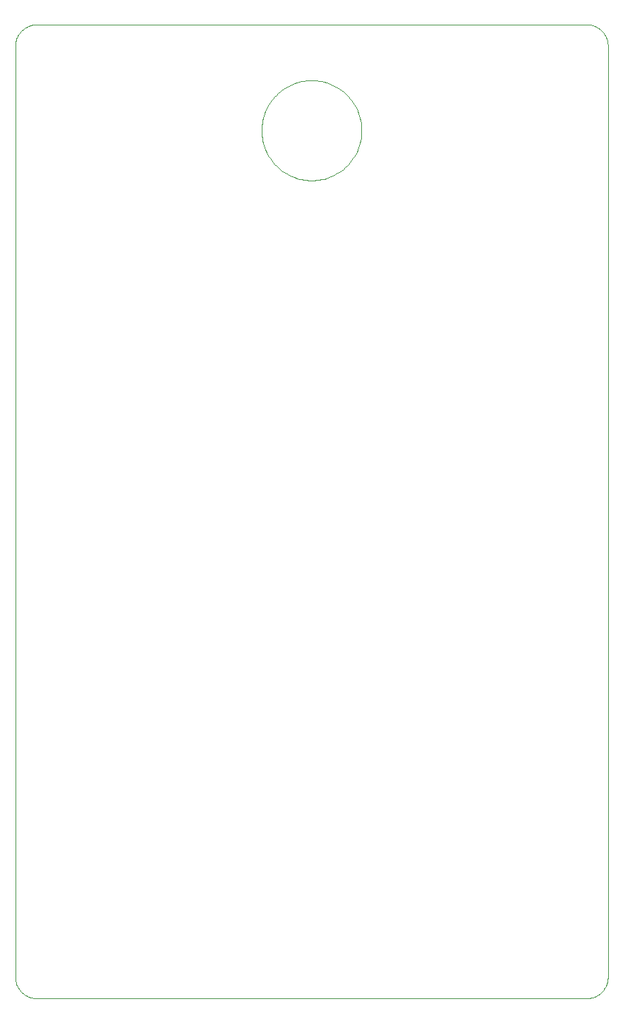
<source format=gm1>
G04 #@! TF.GenerationSoftware,KiCad,Pcbnew,(5.99.0-3978-g0efe073de)*
G04 #@! TF.CreationDate,2020-10-22T13:19:48-05:00*
G04 #@! TF.ProjectId,remoticon_badge,72656d6f-7469-4636-9f6e-5f6261646765,rev?*
G04 #@! TF.SameCoordinates,PX3072580PY307257e*
G04 #@! TF.FileFunction,Profile,NP*
%FSLAX46Y46*%
G04 Gerber Fmt 4.6, Leading zero omitted, Abs format (unit mm)*
G04 Created by KiCad (PCBNEW (5.99.0-3978-g0efe073de)) date 2020-10-22 13:19:48*
%MOMM*%
%LPD*%
G01*
G04 APERTURE LIST*
%ADD10C,0.100000*%
G04 APERTURE END LIST*
D10*
X35559989Y-18700000D02*
X35251229Y-18692192D01*
X34946523Y-18669022D01*
X34646248Y-18630866D01*
X34350779Y-18578101D01*
X34060495Y-18511104D01*
X33775772Y-18430251D01*
X33496988Y-18335921D01*
X33224518Y-18228490D01*
X32958741Y-18108334D01*
X32700033Y-17975832D01*
X32448771Y-17831359D01*
X32205332Y-17675294D01*
X31970093Y-17508012D01*
X31743432Y-17329891D01*
X31525725Y-17141308D01*
X31317349Y-16942640D01*
X31118680Y-16734264D01*
X30930098Y-16516557D01*
X30751977Y-16289895D01*
X30584695Y-16054657D01*
X30428629Y-15811218D01*
X30284157Y-15559956D01*
X30151655Y-15301248D01*
X30031499Y-15035470D01*
X29924068Y-14763001D01*
X29829738Y-14484216D01*
X29748885Y-14199493D01*
X29681888Y-13909209D01*
X29629123Y-13613740D01*
X29590967Y-13313465D01*
X29567797Y-13008759D01*
X29559990Y-12700000D01*
X-6Y-114300000D02*
X3315Y-114430198D01*
X13171Y-114558745D01*
X29399Y-114685478D01*
X51835Y-114810234D01*
X80318Y-114932851D01*
X114684Y-115053166D01*
X154770Y-115171016D01*
X200415Y-115286238D01*
X251454Y-115398669D01*
X307726Y-115508148D01*
X369067Y-115614509D01*
X435315Y-115717592D01*
X506307Y-115817234D01*
X581880Y-115913271D01*
X661871Y-116005540D01*
X746118Y-116093880D01*
X834457Y-116178127D01*
X926727Y-116258118D01*
X1022764Y-116333691D01*
X1122405Y-116404683D01*
X1225488Y-116470931D01*
X1331850Y-116532272D01*
X1441328Y-116588544D01*
X1553759Y-116639583D01*
X1668981Y-116685227D01*
X1786831Y-116725314D01*
X1907146Y-116759680D01*
X2029763Y-116788163D01*
X2154519Y-116810599D01*
X2281252Y-116826827D01*
X2409799Y-116836683D01*
X2539998Y-116840005D01*
X41559989Y-12700000D02*
X41552181Y-13008759D01*
X41529011Y-13313465D01*
X41490855Y-13613740D01*
X41438090Y-13909209D01*
X41371093Y-14199493D01*
X41290240Y-14484216D01*
X41195910Y-14763001D01*
X41088479Y-15035470D01*
X40968323Y-15301248D01*
X40835821Y-15559956D01*
X40691348Y-15811218D01*
X40535283Y-16054657D01*
X40368001Y-16289895D01*
X40189880Y-16516557D01*
X40001297Y-16734264D01*
X39802629Y-16942640D01*
X39594253Y-17141308D01*
X39376546Y-17329891D01*
X39149884Y-17508012D01*
X38914646Y-17675294D01*
X38671207Y-17831359D01*
X38419945Y-17975832D01*
X38161237Y-18108334D01*
X37895459Y-18228490D01*
X37622990Y-18335921D01*
X37344205Y-18430251D01*
X37059482Y-18511104D01*
X36769198Y-18578101D01*
X36473729Y-18630866D01*
X36173454Y-18669022D01*
X35868748Y-18692192D01*
X35559989Y-18700000D01*
X-6Y-2540005D02*
X-6Y-114300000D01*
X71120007Y-114300000D02*
X71120007Y-2540005D01*
X35559989Y-6700001D02*
X35868748Y-6707808D01*
X36173454Y-6730978D01*
X36473729Y-6769134D01*
X36769198Y-6821899D01*
X37059482Y-6888896D01*
X37344205Y-6969749D01*
X37622990Y-7064079D01*
X37895459Y-7171510D01*
X38161237Y-7291666D01*
X38419945Y-7424168D01*
X38671207Y-7568640D01*
X38914646Y-7724706D01*
X39149884Y-7891988D01*
X39376546Y-8070109D01*
X39594253Y-8258691D01*
X39802629Y-8457360D01*
X40001297Y-8665736D01*
X40189880Y-8883443D01*
X40368001Y-9110104D01*
X40535283Y-9345343D01*
X40691348Y-9588782D01*
X40835821Y-9840044D01*
X40968323Y-10098752D01*
X41088479Y-10364529D01*
X41195910Y-10636999D01*
X41290240Y-10915783D01*
X41371093Y-11200506D01*
X41438090Y-11490790D01*
X41490855Y-11786259D01*
X41529011Y-12086534D01*
X41552181Y-12391240D01*
X41559989Y-12700000D01*
X2539998Y-116840005D02*
X68580002Y-116840005D01*
X68580002Y-116840005D02*
X68710200Y-116836683D01*
X68838747Y-116826827D01*
X68965480Y-116810599D01*
X69090236Y-116788163D01*
X69212853Y-116759680D01*
X69333168Y-116725314D01*
X69451018Y-116685227D01*
X69566240Y-116639583D01*
X69678671Y-116588544D01*
X69788150Y-116532272D01*
X69894511Y-116470931D01*
X69997594Y-116404683D01*
X70097236Y-116333691D01*
X70193273Y-116258118D01*
X70285542Y-116178127D01*
X70373882Y-116093880D01*
X70458129Y-116005540D01*
X70538120Y-115913271D01*
X70613693Y-115817234D01*
X70684685Y-115717592D01*
X70750933Y-115614509D01*
X70812274Y-115508148D01*
X70868546Y-115398669D01*
X70919585Y-115286238D01*
X70965229Y-115171016D01*
X71005316Y-115053166D01*
X71039682Y-114932851D01*
X71068165Y-114810234D01*
X71090601Y-114685478D01*
X71106829Y-114558745D01*
X71116685Y-114430198D01*
X71120007Y-114300000D01*
X2539998Y0D02*
X2409799Y-3321D01*
X2281252Y-13177D01*
X2154519Y-29405D01*
X2029763Y-51841D01*
X1907146Y-80324D01*
X1786831Y-114690D01*
X1668981Y-154777D01*
X1553759Y-200421D01*
X1441328Y-251460D01*
X1331850Y-307732D01*
X1225488Y-369073D01*
X1122405Y-435321D01*
X1022764Y-506313D01*
X926727Y-581886D01*
X834457Y-661877D01*
X746118Y-746124D01*
X661871Y-834464D01*
X581880Y-926733D01*
X506307Y-1022770D01*
X435315Y-1122412D01*
X369067Y-1225495D01*
X307726Y-1331856D01*
X251454Y-1441335D01*
X200415Y-1553766D01*
X154770Y-1668988D01*
X114684Y-1786838D01*
X80318Y-1907153D01*
X51835Y-2029770D01*
X29399Y-2154526D01*
X13171Y-2281259D01*
X3315Y-2409806D01*
X-6Y-2540005D01*
X68580002Y0D02*
X2539998Y0D01*
X71120007Y-2540005D02*
X71116685Y-2409806D01*
X71106829Y-2281259D01*
X71090601Y-2154526D01*
X71068165Y-2029770D01*
X71039682Y-1907153D01*
X71005316Y-1786838D01*
X70965229Y-1668988D01*
X70919585Y-1553766D01*
X70868546Y-1441335D01*
X70812274Y-1331856D01*
X70750933Y-1225495D01*
X70684685Y-1122412D01*
X70613693Y-1022770D01*
X70538120Y-926733D01*
X70458129Y-834464D01*
X70373882Y-746124D01*
X70285542Y-661877D01*
X70193273Y-581886D01*
X70097236Y-506313D01*
X69997594Y-435321D01*
X69894511Y-369073D01*
X69788150Y-307732D01*
X69678671Y-251460D01*
X69566240Y-200421D01*
X69451018Y-154777D01*
X69333168Y-114690D01*
X69212853Y-80324D01*
X69090236Y-51841D01*
X68965480Y-29405D01*
X68838747Y-13177D01*
X68710200Y-3321D01*
X68580002Y0D01*
X29559990Y-12700000D02*
X29567797Y-12391240D01*
X29590967Y-12086534D01*
X29629123Y-11786259D01*
X29681888Y-11490790D01*
X29748885Y-11200506D01*
X29829738Y-10915783D01*
X29924068Y-10636999D01*
X30031499Y-10364529D01*
X30151655Y-10098752D01*
X30284157Y-9840044D01*
X30428629Y-9588782D01*
X30584695Y-9345343D01*
X30751977Y-9110104D01*
X30930098Y-8883443D01*
X31118680Y-8665736D01*
X31317349Y-8457360D01*
X31525725Y-8258691D01*
X31743432Y-8070109D01*
X31970093Y-7891988D01*
X32205332Y-7724706D01*
X32448771Y-7568640D01*
X32700033Y-7424168D01*
X32958741Y-7291666D01*
X33224518Y-7171510D01*
X33496988Y-7064079D01*
X33775772Y-6969749D01*
X34060495Y-6888896D01*
X34350779Y-6821899D01*
X34646248Y-6769134D01*
X34946523Y-6730978D01*
X35251229Y-6707808D01*
X35559989Y-6700001D01*
M02*

</source>
